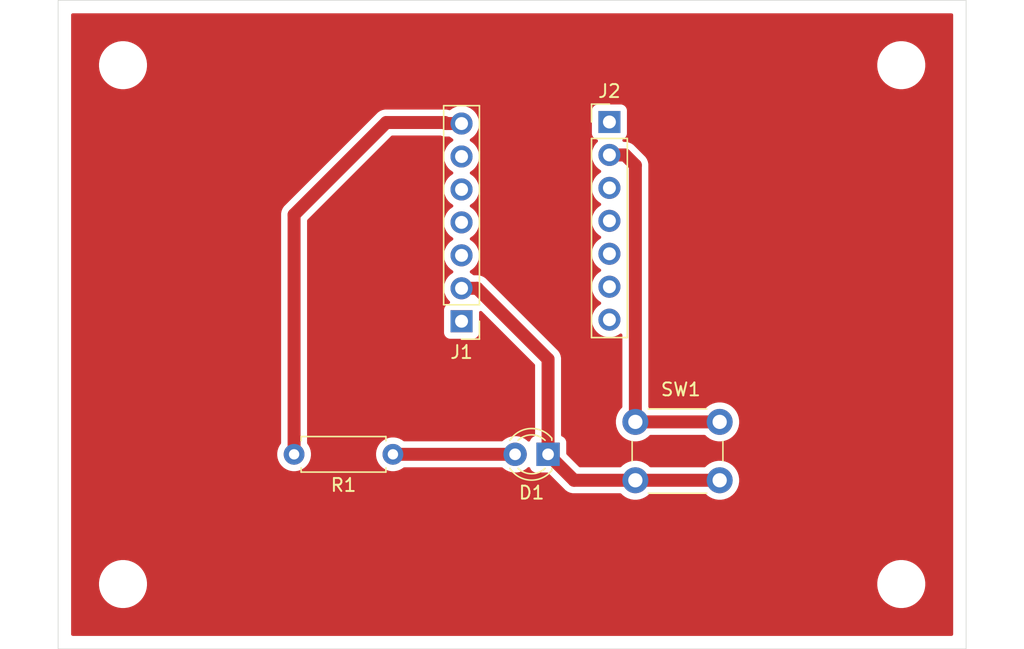
<source format=kicad_pcb>
(kicad_pcb (version 20241229) (generator "pcbnew") (generator_version "9.0")
  (layers (0 "F.Cu" signal) (2 "B.Cu" signal) (13 "F.Paste" user) (15 "B.Paste" user) (5 "F.SilkS" user "F.Silkscreen") (7 "B.SilkS" user "B.Silkscreen") (1 "F.Mask" user) (3 "B.Mask" user) (25 "Edge.Cuts" user))
  (net 0 "")
  (net 1 "Net-(D1-A)")
  (net 2 "GND")
  (net 3 "/D7")
  (net 4 "+3V3")
  (net 5 "/+5V")
  (net 6 "/D9{slash}MISO")
  (net 7 "/D10{slash}MOSI")
  (net 8 "/D8{slash}SCK")
  (net 9 "/D2{slash}A2")
  (net 10 "/D5{slash}SCL")
  (net 11 "/D6{slash}TX")
  (net 12 "/D3{slash}A3")
  (net 13 "/D4{slash}SDA")
  (net 14 "/D0{slash}A0")
  (net 15 "/D1")
  (footprint "LED_THT:LED_D3.0mm" (layer "F.Cu") (at 138.27 85.5 180)
    (property "Reference" "D1" (at 1.27 -2.96 0) (layer "F.SilkS"))
    (property "Value" "LED")
    (fp_line (start -0.29 1.08) (end -0.29 1.236) (stroke (width 0.12)) (layer "F.SilkS"))
    (fp_line (start -0.29 -1.236) (end -0.29 -1.08) (stroke (width 0.12)) (layer "F.SilkS"))
    (fp_arc (start 2.941437 1.08) (mid 1.36566 1.987699) (end -0.29 1.235516) (stroke (width 0.12)) (layer "F.SilkS"))
    (fp_arc (start 2.310961 1.08) (mid 1.27 1.5) (end 0.229039 1.08) (stroke (width 0.12)) (layer "F.SilkS"))
    (fp_arc (start 0.229039 -1.08) (mid 1.27 -1.5) (end 2.310961 -1.08) (stroke (width 0.12)) (layer "F.SilkS"))
    (fp_arc (start -0.29 -1.235516) (mid 1.36566 -1.987699) (end 2.941437 -1.08) (stroke (width 0.12)) (layer "F.SilkS"))
    (pad "1" thru_hole rect (at 0 0 180) (size 1.8 1.8) (drill 0.9) (layers "*.Cu" "*.Mask") (net 2 "GND"))
    (pad "2" thru_hole circle (at 2.54 0 180) (size 1.8 1.8) (drill 0.9) (layers "*.Cu" "*.Mask") (net 1 "Net-(D1-A)"))
  )
  (footprint "MountingHole:MountingHole_3.2mm_M3" (layer "F.Cu") (at 105.5 95.5)
    (property "Reference" "REF**" (hide yes))
    (property "Value" "MountingHole_3.2mm_M3")
    (pad "" np_thru_hole circle (at 0 0) (size 3.2 3.2) (drill 3.2) (layers "*.Cu" "*.Mask"))
  )
  (footprint "Button_Switch_THT:SW_PUSH_6mm_H5mm" (layer "F.Cu") (at 145 83)
    (property "Reference" "SW1" (at 3.5 -2.5 0) (layer "F.SilkS"))
    (property "Value" "~")
    (fp_line (start -0.25 1.5) (end -0.25 3) (stroke (width 0.12)) (layer "F.SilkS"))
    (fp_line (start 1 5.5) (end 5.5 5.5) (stroke (width 0.12)) (layer "F.SilkS"))
    (fp_line (start 5.5 -1) (end 1 -1) (stroke (width 0.12)) (layer "F.SilkS"))
    (fp_line (start 6.75 3) (end 6.75 1.5) (stroke (width 0.12)) (layer "F.SilkS"))
    (pad "1" thru_hole circle (at 0 0 90) (size 2 2) (drill 1.1) (layers "*.Cu" "*.Mask") (net 15 "/D1"))
    (pad "1" thru_hole circle (at 6.5 0 90) (size 2 2) (drill 1.1) (layers "*.Cu" "*.Mask") (net 15 "/D1"))
    (pad "2" thru_hole circle (at 0 4.5 90) (size 2 2) (drill 1.1) (layers "*.Cu" "*.Mask") (net 2 "GND"))
    (pad "2" thru_hole circle (at 6.5 4.5 90) (size 2 2) (drill 1.1) (layers "*.Cu" "*.Mask") (net 2 "GND"))
  )
  (footprint "MountingHole:MountingHole_3.2mm_M3" (layer "F.Cu") (at 165.5 55.5)
    (property "Reference" "REF**" (hide yes))
    (property "Value" "MountingHole_3.2mm_M3")
    (pad "" np_thru_hole circle (at 0 0) (size 3.2 3.2) (drill 3.2) (layers "*.Cu" "*.Mask"))
  )
  (footprint "MountingHole:MountingHole_3.2mm_M3" (layer "F.Cu") (at 105.5 55.5)
    (property "Reference" "REF**" (hide yes))
    (property "Value" "MountingHole_3.2mm_M3")
    (pad "" np_thru_hole circle (at 0 0) (size 3.2 3.2) (drill 3.2) (layers "*.Cu" "*.Mask"))
  )
  (footprint "Connector_PinHeader_2.54mm:PinHeader_1x07_P2.54mm_Vertical" (layer "F.Cu") (at 143 59.88)
    (property "Reference" "J2" (at 0 -2.38 0) (layer "F.SilkS"))
    (property "Value" "~")
    (fp_line (start -1.38 -1.38) (end 0 -1.38) (stroke (width 0.12)) (layer "F.SilkS"))
    (fp_line (start -1.38 0) (end -1.38 -1.38) (stroke (width 0.12)) (layer "F.SilkS"))
    (fp_line (start -1.38 1.27) (end -1.38 16.62) (stroke (width 0.12)) (layer "F.SilkS"))
    (fp_line (start -1.38 1.27) (end 1.38 1.27) (stroke (width 0.12)) (layer "F.SilkS"))
    (fp_line (start -1.38 16.62) (end 1.38 16.62) (stroke (width 0.12)) (layer "F.SilkS"))
    (fp_line (start 1.38 1.27) (end 1.38 16.62) (stroke (width 0.12)) (layer "F.SilkS"))
    (pad "1" thru_hole rect (at 0 0) (size 1.7 1.7) (drill 1) (layers "*.Cu" "*.Mask") (net 14 "/D0{slash}A0"))
    (pad "2" thru_hole circle (at 0 2.54) (size 1.7 1.7) (drill 1) (layers "*.Cu" "*.Mask") (net 15 "/D1"))
    (pad "3" thru_hole circle (at 0 5.08) (size 1.7 1.7) (drill 1) (layers "*.Cu" "*.Mask") (net 9 "/D2{slash}A2"))
    (pad "4" thru_hole circle (at 0 7.62) (size 1.7 1.7) (drill 1) (layers "*.Cu" "*.Mask") (net 12 "/D3{slash}A3"))
    (pad "5" thru_hole circle (at 0 10.16) (size 1.7 1.7) (drill 1) (layers "*.Cu" "*.Mask") (net 13 "/D4{slash}SDA"))
    (pad "6" thru_hole circle (at 0 12.7) (size 1.7 1.7) (drill 1) (layers "*.Cu" "*.Mask") (net 10 "/D5{slash}SCL"))
    (pad "7" thru_hole circle (at 0 15.24) (size 1.7 1.7) (drill 1) (layers "*.Cu" "*.Mask") (net 11 "/D6{slash}TX"))
  )
  (footprint "MountingHole:MountingHole_3.2mm_M3" (layer "F.Cu") (at 165.5 95.5)
    (property "Reference" "REF**" (hide yes))
    (property "Value" "MountingHole_3.2mm_M3")
    (pad "" np_thru_hole circle (at 0 0) (size 3.2 3.2) (drill 3.2) (layers "*.Cu" "*.Mask"))
  )
  (footprint "Connector_PinHeader_2.54mm:PinHeader_1x07_P2.54mm_Vertical" (layer "F.Cu") (at 131.6 75.24 180)
    (property "Reference" "J1" (at 0 -2.38 0) (layer "F.SilkS"))
    (property "Value" "~")
    (fp_line (start 1.38 1.27) (end 1.38 16.62) (stroke (width 0.12)) (layer "F.SilkS"))
    (fp_line (start -1.38 16.62) (end 1.38 16.62) (stroke (width 0.12)) (layer "F.SilkS"))
    (fp_line (start -1.38 1.27) (end 1.38 1.27) (stroke (width 0.12)) (layer "F.SilkS"))
    (fp_line (start -1.38 1.27) (end -1.38 16.62) (stroke (width 0.12)) (layer "F.SilkS"))
    (fp_line (start -1.38 0) (end -1.38 -1.38) (stroke (width 0.12)) (layer "F.SilkS"))
    (fp_line (start -1.38 -1.38) (end 0 -1.38) (stroke (width 0.12)) (layer "F.SilkS"))
    (pad "1" thru_hole rect (at 0 0 180) (size 1.7 1.7) (drill 1) (layers "*.Cu" "*.Mask") (net 5 "/+5V"))
    (pad "2" thru_hole circle (at 0 2.54 180) (size 1.7 1.7) (drill 1) (layers "*.Cu" "*.Mask") (net 2 "GND"))
    (pad "3" thru_hole circle (at 0 5.08 180) (size 1.7 1.7) (drill 1) (layers "*.Cu" "*.Mask") (net 4 "+3V3"))
    (pad "4" thru_hole circle (at 0 7.62 180) (size 1.7 1.7) (drill 1) (layers "*.Cu" "*.Mask") (net 7 "/D10{slash}MOSI"))
    (pad "5" thru_hole circle (at 0 10.16 180) (size 1.7 1.7) (drill 1) (layers "*.Cu" "*.Mask") (net 6 "/D9{slash}MISO"))
    (pad "6" thru_hole circle (at 0 12.7 180) (size 1.7 1.7) (drill 1) (layers "*.Cu" "*.Mask") (net 8 "/D8{slash}SCK"))
    (pad "7" thru_hole circle (at 0 15.24 180) (size 1.7 1.7) (drill 1) (layers "*.Cu" "*.Mask") (net 3 "/D7"))
  )
  (footprint "Resistor_THT:R_Axial_DIN0207_L6.3mm_D2.5mm_P7.62mm_Horizontal" (layer "F.Cu") (at 126.31 85.5 180)
    (property "Reference" "R1" (at 3.81 -2.37 0) (layer "F.SilkS"))
    (property "Value" "1KΩ")
    (fp_line (start 7.08 1.37) (end 7.08 1.04) (stroke (width 0.12)) (layer "F.SilkS"))
    (fp_line (start 7.08 -1.37) (end 7.08 -1.04) (stroke (width 0.12)) (layer "F.SilkS"))
    (fp_line (start 0.54 1.37) (end 7.08 1.37) (stroke (width 0.12)) (layer "F.SilkS"))
    (fp_line (start 0.54 1.04) (end 0.54 1.37) (stroke (width 0.12)) (layer "F.SilkS"))
    (fp_line (start 0.54 -1.04) (end 0.54 -1.37) (stroke (width 0.12)) (layer "F.SilkS"))
    (fp_line (start 0.54 -1.37) (end 7.08 -1.37) (stroke (width 0.12)) (layer "F.SilkS"))
    (pad "1" thru_hole circle (at 0 0 180) (size 1.6 1.6) (drill 0.8) (layers "*.Cu" "*.Mask") (net 1 "Net-(D1-A)"))
    (pad "2" thru_hole circle (at 7.62 0 180) (size 1.6 1.6) (drill 0.8) (layers "*.Cu" "*.Mask") (net 3 "/D7"))
  )
  (gr_rect (start 100.5 50.5) (end 170.5 100.5) (stroke (width 0.05)) (fill no) (layer "Edge.Cuts"))
  (segment (start 126.31 85.5) (end 135.73 85.5) (width 1) (layer "F.Cu") (net 1))
  (segment (start 145 87.5) (end 151.5 87.5) (width 1) (layer "F.Cu") (net 2))
  (segment (start 132.802081 72.7) (end 131.6 72.7) (width 1) (layer "F.Cu") (net 2))
  (segment (start 138.27 85.5) (end 138.27 78.167919) (width 1) (layer "F.Cu") (net 2))
  (segment (start 145 87.5) (end 140.27 87.5) (width 1) (layer "F.Cu") (net 2))
  (segment (start 138.27 78.167919) (end 132.802081 72.7) (width 1) (layer "F.Cu") (net 2))
  (segment (start 140.27 87.5) (end 138.27 85.5) (width 1) (layer "F.Cu") (net 2))
  (segment (start 125.797919 59.92) (end 118.69 67.027919) (width 1) (layer "F.Cu") (net 3))
  (segment (start 118.69 67.027919) (end 118.69 85.5) (width 1) (layer "F.Cu") (net 3))
  (segment (start 131.6 60) (end 130.397919 60) (width 1) (layer "F.Cu") (net 3))
  (segment (start 130.317919 59.92) (end 130.397919 60) (width 1) (layer "F.Cu") (net 3))
  (segment (start 125.797919 59.92) (end 130.317919 59.92) (width 1) (layer "F.Cu") (net 3))
  (segment (start 145 63.217919) (end 144.202081 62.42) (width 1) (layer "F.Cu") (net 15))
  (segment (start 144.202081 62.42) (end 143 62.42) (width 1) (layer "F.Cu") (net 15))
  (segment (start 145 83) (end 145 63.217919) (width 1) (layer "F.Cu") (net 15))
  (segment (start 151.5 83) (end 145 83) (width 1) (layer "F.Cu") (net 15))
  (zone (net 0) (net_name "") (layer "F.Cu") (connect_pads (clearance 0.5)) (min_thickness 0.25) (fill yes (thermal_gap 0.5) (thermal_bridge_width 0.5) (island_removal_mode 1) (island_area_min 10))
    (polygon (pts (xy 101.5 51.5) (xy 169.5 51.5) (xy 169.5 99.5) (xy 101.5 99.5)))
  )
)
</source>
